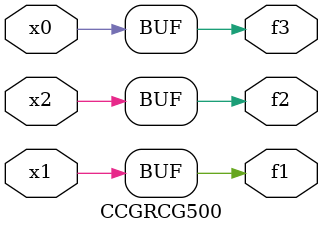
<source format=v>
module CCGRCG500(
	input x0, x1, x2,
	output f1, f2, f3
);
	assign f1 = x1;
	assign f2 = x2;
	assign f3 = x0;
endmodule

</source>
